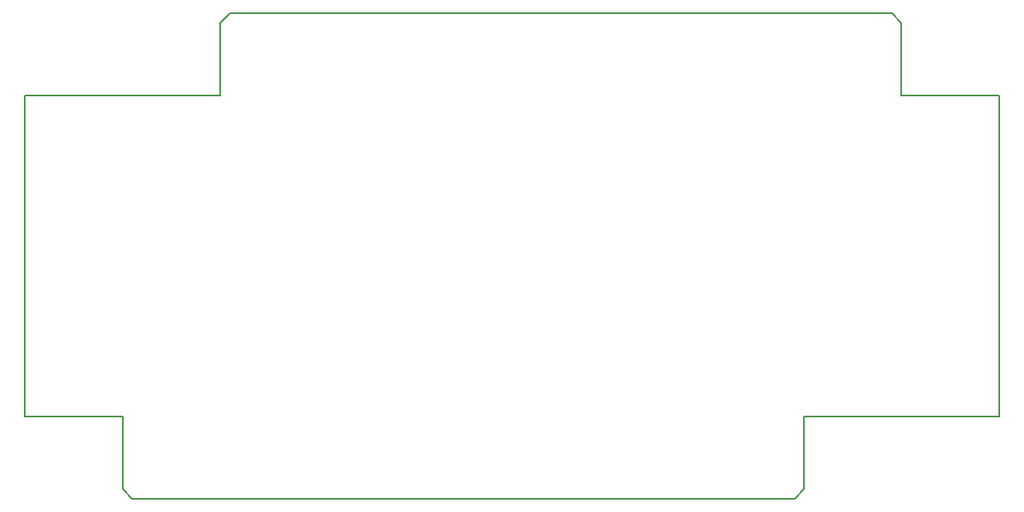
<source format=gbr>
G04 DipTrace 3.1.0.0*
G04 BoardOutline.gbr*
%MOIN*%
G04 #@! TF.FileFunction,Profile*
G04 #@! TF.Part,Single*
%ADD11C,0.006*%
%FSLAX26Y26*%
G04*
G70*
G90*
G75*
G01*
G04 BoardOutline*
%LPD*%
X787402Y728346D2*
D11*
Y433071D1*
X826772Y393701D1*
X3503937D1*
X3543307Y433071D1*
Y728346D1*
X4330709D1*
Y826772D1*
Y1929134D1*
Y2027559D1*
X3937008D1*
Y2322835D1*
X3897638Y2362205D1*
X1220472D1*
X1181102Y2322835D1*
Y2027559D1*
X393701D1*
Y1929134D1*
Y866142D1*
Y826772D1*
Y728346D1*
X472441D1*
X787402D1*
M02*

</source>
